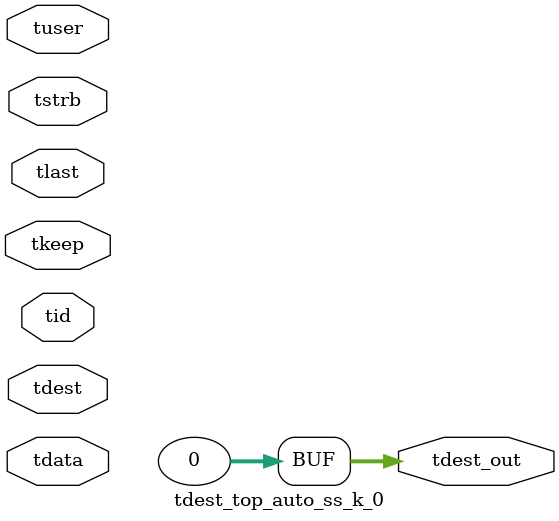
<source format=v>


`timescale 1ps/1ps

module tdest_top_auto_ss_k_0 #
(
parameter C_S_AXIS_TDATA_WIDTH = 32,
parameter C_S_AXIS_TUSER_WIDTH = 0,
parameter C_S_AXIS_TID_WIDTH   = 0,
parameter C_S_AXIS_TDEST_WIDTH = 0,
parameter C_M_AXIS_TDEST_WIDTH = 32
)
(
input  [(C_S_AXIS_TDATA_WIDTH == 0 ? 1 : C_S_AXIS_TDATA_WIDTH)-1:0     ] tdata,
input  [(C_S_AXIS_TUSER_WIDTH == 0 ? 1 : C_S_AXIS_TUSER_WIDTH)-1:0     ] tuser,
input  [(C_S_AXIS_TID_WIDTH   == 0 ? 1 : C_S_AXIS_TID_WIDTH)-1:0       ] tid,
input  [(C_S_AXIS_TDEST_WIDTH == 0 ? 1 : C_S_AXIS_TDEST_WIDTH)-1:0     ] tdest,
input  [(C_S_AXIS_TDATA_WIDTH/8)-1:0 ] tkeep,
input  [(C_S_AXIS_TDATA_WIDTH/8)-1:0 ] tstrb,
input                                                                    tlast,
output [C_M_AXIS_TDEST_WIDTH-1:0] tdest_out
);

assign tdest_out = {1'b0};

endmodule


</source>
